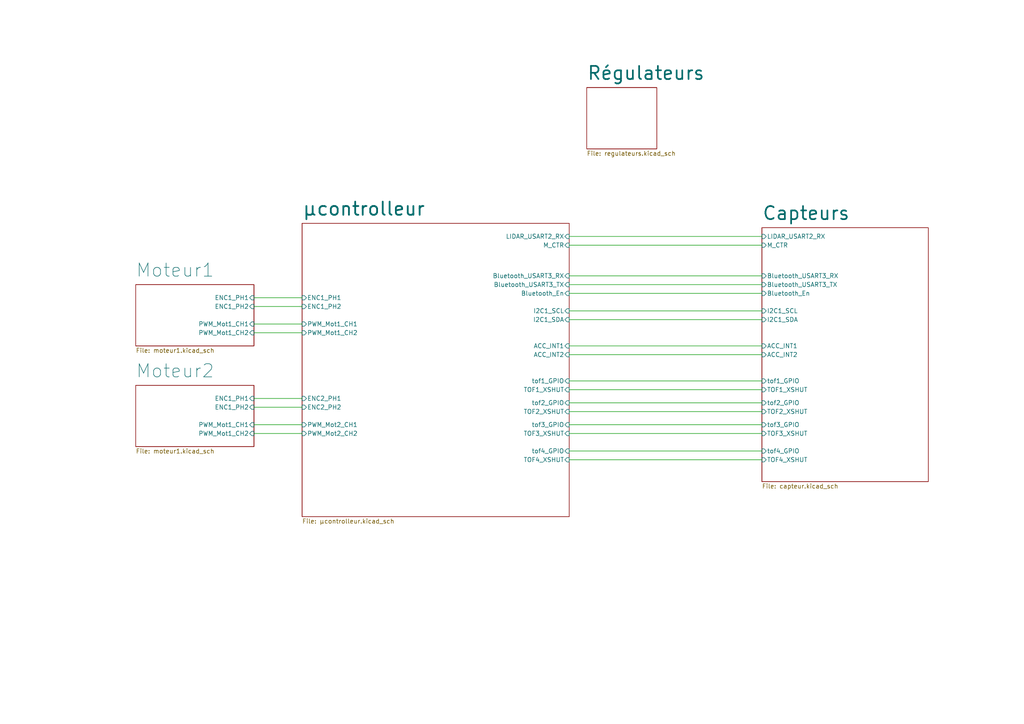
<source format=kicad_sch>
(kicad_sch
	(version 20250114)
	(generator "eeschema")
	(generator_version "9.0")
	(uuid "21a14c86-6900-4d4b-9d91-6c59051d0f41")
	(paper "A4")
	(title_block
		(title "Hello_kitty")
		(date "2025-10-13")
		(company "Ensea")
		(comment 1 "Aymen_BEN_JEMAA")
		(comment 2 "Ezer_SOLTANI")
		(comment 3 "Serine_ROUABAH")
	)
	(lib_symbols)
	(wire
		(pts
			(xy 73.66 96.52) (xy 87.63 96.52)
		)
		(stroke
			(width 0)
			(type default)
		)
		(uuid "05a875c1-3c08-45a7-998d-95d39c509d76")
	)
	(wire
		(pts
			(xy 73.66 118.11) (xy 87.63 118.11)
		)
		(stroke
			(width 0)
			(type default)
		)
		(uuid "21e136fb-db5f-4756-b4c5-00d316480052")
	)
	(wire
		(pts
			(xy 73.66 86.36) (xy 87.63 86.36)
		)
		(stroke
			(width 0)
			(type default)
		)
		(uuid "281bca3d-9aca-43b1-b149-15bc902f561e")
	)
	(wire
		(pts
			(xy 165.1 100.33) (xy 220.98 100.33)
		)
		(stroke
			(width 0)
			(type default)
		)
		(uuid "2acb3f8a-cde2-4b7a-b83e-50b8ea11d607")
	)
	(wire
		(pts
			(xy 73.66 88.9) (xy 87.63 88.9)
		)
		(stroke
			(width 0)
			(type default)
		)
		(uuid "3786fce2-eefa-43f0-9b08-37ac5583e879")
	)
	(wire
		(pts
			(xy 165.1 80.01) (xy 220.98 80.01)
		)
		(stroke
			(width 0)
			(type default)
		)
		(uuid "37cfc26c-394a-4c4e-9bfe-caf719da061b")
	)
	(wire
		(pts
			(xy 165.1 116.84) (xy 220.98 116.84)
		)
		(stroke
			(width 0)
			(type default)
		)
		(uuid "4a67e491-681d-4ac2-abc3-d2e443677295")
	)
	(wire
		(pts
			(xy 165.1 125.73) (xy 220.98 125.73)
		)
		(stroke
			(width 0)
			(type default)
		)
		(uuid "4b3bf178-3faf-41f3-96ae-ad64bcc9fab2")
	)
	(wire
		(pts
			(xy 165.1 113.03) (xy 220.98 113.03)
		)
		(stroke
			(width 0)
			(type default)
		)
		(uuid "524b5091-5f63-4a06-b071-ddc70d7c6dbb")
	)
	(wire
		(pts
			(xy 165.1 92.71) (xy 220.98 92.71)
		)
		(stroke
			(width 0)
			(type default)
		)
		(uuid "705c7aa1-d114-4dd1-b0b5-67823f1848bd")
	)
	(wire
		(pts
			(xy 165.1 85.09) (xy 220.98 85.09)
		)
		(stroke
			(width 0)
			(type default)
		)
		(uuid "8b67cb16-d8c6-491a-a317-fef9969f1729")
	)
	(wire
		(pts
			(xy 73.66 115.57) (xy 87.63 115.57)
		)
		(stroke
			(width 0)
			(type default)
		)
		(uuid "8cd6d132-48f4-4345-835f-f3d967ee9b8a")
	)
	(wire
		(pts
			(xy 165.1 110.49) (xy 220.98 110.49)
		)
		(stroke
			(width 0)
			(type default)
		)
		(uuid "987cd7d9-07ee-43b9-8fdd-d7e765fe9989")
	)
	(wire
		(pts
			(xy 165.1 133.35) (xy 220.98 133.35)
		)
		(stroke
			(width 0)
			(type default)
		)
		(uuid "98e494f9-bf0f-4332-8621-e2694ef17281")
	)
	(wire
		(pts
			(xy 165.1 102.87) (xy 220.98 102.87)
		)
		(stroke
			(width 0)
			(type default)
		)
		(uuid "b1e65f91-34ca-4319-ab08-404f2edfb949")
	)
	(wire
		(pts
			(xy 165.1 130.81) (xy 220.98 130.81)
		)
		(stroke
			(width 0)
			(type default)
		)
		(uuid "b4e878ef-2964-4813-97e9-6c2fe90460c1")
	)
	(wire
		(pts
			(xy 165.1 90.17) (xy 220.98 90.17)
		)
		(stroke
			(width 0)
			(type default)
		)
		(uuid "bafb5833-bd0e-4970-8ef3-a38408f25d0f")
	)
	(wire
		(pts
			(xy 165.1 119.38) (xy 220.98 119.38)
		)
		(stroke
			(width 0)
			(type default)
		)
		(uuid "c0a44048-6684-4072-8c34-bdb089637fc4")
	)
	(wire
		(pts
			(xy 165.1 123.19) (xy 220.98 123.19)
		)
		(stroke
			(width 0)
			(type default)
		)
		(uuid "c369d62f-6639-4954-aecd-b28f9e624623")
	)
	(wire
		(pts
			(xy 73.66 123.19) (xy 87.63 123.19)
		)
		(stroke
			(width 0)
			(type default)
		)
		(uuid "cb83e4ef-a2a8-4e8f-a5e9-20d242ccfa63")
	)
	(wire
		(pts
			(xy 73.66 125.73) (xy 87.63 125.73)
		)
		(stroke
			(width 0)
			(type default)
		)
		(uuid "de440a4a-e23b-4e20-891b-9f3935342401")
	)
	(wire
		(pts
			(xy 165.1 68.58) (xy 220.98 68.58)
		)
		(stroke
			(width 0)
			(type default)
		)
		(uuid "e59ed8b9-996c-4a83-9f00-bfbc29a56d71")
	)
	(wire
		(pts
			(xy 73.66 93.98) (xy 87.63 93.98)
		)
		(stroke
			(width 0)
			(type default)
		)
		(uuid "e9659da0-7374-495c-a2c3-d9bd953e4d65")
	)
	(wire
		(pts
			(xy 165.1 82.55) (xy 220.98 82.55)
		)
		(stroke
			(width 0)
			(type default)
		)
		(uuid "fa2ad35f-5f89-45fd-b487-9117a2c7f9cc")
	)
	(wire
		(pts
			(xy 165.1 71.12) (xy 220.98 71.12)
		)
		(stroke
			(width 0)
			(type default)
		)
		(uuid "fb69aeb1-d098-4226-bbde-fd58e4ac06f9")
	)
	(sheet
		(at 39.37 82.55)
		(size 34.29 17.78)
		(exclude_from_sim no)
		(in_bom yes)
		(on_board yes)
		(dnp no)
		(fields_autoplaced yes)
		(stroke
			(width 0.1524)
			(type solid)
		)
		(fill
			(color 0 0 0 0.0000)
		)
		(uuid "1388fddc-2e50-4e98-ba2d-1c17e87787d8")
		(property "Sheetname" "Moteur1"
			(at 39.37 80.5684 0)
			(effects
				(font
					(size 3.81 3.81)
				)
				(justify left bottom)
			)
		)
		(property "Sheetfile" "moteur1.kicad_sch"
			(at 39.37 100.9146 0)
			(effects
				(font
					(size 1.27 1.27)
				)
				(justify left top)
			)
		)
		(pin "ENC1_PH1" input
			(at 73.66 86.36 0)
			(uuid "aa833be0-411a-4ced-aa72-fac4dab4952a")
			(effects
				(font
					(size 1.27 1.27)
				)
				(justify right)
			)
		)
		(pin "ENC1_PH2" input
			(at 73.66 88.9 0)
			(uuid "7fcce86c-7a92-4344-a6a8-016934d88994")
			(effects
				(font
					(size 1.27 1.27)
				)
				(justify right)
			)
		)
		(pin "PWM_Mot1_CH1" input
			(at 73.66 93.98 0)
			(uuid "a7eb9db9-f3df-4cd0-bc39-8ca0ee86b2dc")
			(effects
				(font
					(size 1.27 1.27)
				)
				(justify right)
			)
		)
		(pin "PWM_Mot1_CH2" input
			(at 73.66 96.52 0)
			(uuid "51a78a07-7909-472f-a0ce-c007fb0d7553")
			(effects
				(font
					(size 1.27 1.27)
				)
				(justify right)
			)
		)
		(instances
			(project "Projet_Robot"
				(path "/21a14c86-6900-4d4b-9d91-6c59051d0f41"
					(page "6")
				)
			)
		)
	)
	(sheet
		(at 87.63 64.77)
		(size 77.47 85.09)
		(exclude_from_sim no)
		(in_bom yes)
		(on_board yes)
		(dnp no)
		(fields_autoplaced yes)
		(stroke
			(width 0.1524)
			(type solid)
		)
		(fill
			(color 0 0 0 0.0000)
		)
		(uuid "31be01aa-b096-4901-8c4f-f2a7c3166097")
		(property "Sheetname" "µcontrolleur"
			(at 87.63 62.7884 0)
			(effects
				(font
					(size 3.81 3.81)
					(thickness 0.508)
					(bold yes)
				)
				(justify left bottom)
			)
		)
		(property "Sheetfile" "µcontrolleur.kicad_sch"
			(at 87.63 150.4446 0)
			(effects
				(font
					(size 1.27 1.27)
				)
				(justify left top)
			)
		)
		(pin "LIDAR_USART2_RX" input
			(at 165.1 68.58 0)
			(uuid "0aec8a1b-add3-4e93-a87c-e03b699cc08f")
			(effects
				(font
					(size 1.27 1.27)
				)
				(justify right)
			)
		)
		(pin "Bluetooth_USART3_RX" input
			(at 165.1 80.01 0)
			(uuid "498d886e-1514-4c54-a3e6-72d853ed4f3d")
			(effects
				(font
					(size 1.27 1.27)
				)
				(justify right)
			)
		)
		(pin "Bluetooth_USART3_TX" input
			(at 165.1 82.55 0)
			(uuid "107edc44-9e15-48b0-af24-490385af7b60")
			(effects
				(font
					(size 1.27 1.27)
				)
				(justify right)
			)
		)
		(pin "I2C1_SCL" input
			(at 165.1 90.17 0)
			(uuid "4eb33dc2-5741-4c6b-b9c8-65b441bfa1ce")
			(effects
				(font
					(size 1.27 1.27)
				)
				(justify right)
			)
		)
		(pin "I2C1_SDA" input
			(at 165.1 92.71 0)
			(uuid "76311dcf-d3e6-4994-9315-636bc49b8f4d")
			(effects
				(font
					(size 1.27 1.27)
				)
				(justify right)
			)
		)
		(pin "ENC1_PH1" input
			(at 87.63 86.36 180)
			(uuid "6d34613f-0787-4833-8c84-05a1a8c2fb3a")
			(effects
				(font
					(size 1.27 1.27)
				)
				(justify left)
			)
		)
		(pin "ENC1_PH2" input
			(at 87.63 88.9 180)
			(uuid "37f38a59-cc92-4ed4-8678-768ccaea08cd")
			(effects
				(font
					(size 1.27 1.27)
				)
				(justify left)
			)
		)
		(pin "ENC2_PH1" input
			(at 87.63 115.57 180)
			(uuid "0485eba6-8a24-4331-b970-b931507253d1")
			(effects
				(font
					(size 1.27 1.27)
				)
				(justify left)
			)
		)
		(pin "ENC2_PH2" input
			(at 87.63 118.11 180)
			(uuid "777c306b-3787-43c3-8546-19b750ac50b3")
			(effects
				(font
					(size 1.27 1.27)
				)
				(justify left)
			)
		)
		(pin "PWM_Mot1_CH1" input
			(at 87.63 93.98 180)
			(uuid "c9c97bd8-e7f1-4a75-b9ee-56da003752f6")
			(effects
				(font
					(size 1.27 1.27)
				)
				(justify left)
			)
		)
		(pin "PWM_Mot1_CH2" input
			(at 87.63 96.52 180)
			(uuid "51648bbc-c98f-43df-80ae-0c895f32853f")
			(effects
				(font
					(size 1.27 1.27)
				)
				(justify left)
			)
		)
		(pin "PWM_Mot2_CH1" input
			(at 87.63 123.19 180)
			(uuid "79bcc243-1ab3-4aee-b6e0-23d21dc9170e")
			(effects
				(font
					(size 1.27 1.27)
				)
				(justify left)
			)
		)
		(pin "PWM_Mot2_CH2" input
			(at 87.63 125.73 180)
			(uuid "d42b48ab-0f36-41aa-ae36-684cea85a3c1")
			(effects
				(font
					(size 1.27 1.27)
				)
				(justify left)
			)
		)
		(pin "M_CTR" input
			(at 165.1 71.12 0)
			(uuid "61202281-a60b-4c8c-a66f-c99c80a13dd5")
			(effects
				(font
					(size 1.27 1.27)
				)
				(justify right)
			)
		)
		(pin "ACC_INT1" input
			(at 165.1 100.33 0)
			(uuid "a8d1ae0c-7405-45f5-b778-94c2741a3b7e")
			(effects
				(font
					(size 1.27 1.27)
				)
				(justify right)
			)
		)
		(pin "ACC_INT2" input
			(at 165.1 102.87 0)
			(uuid "b6390fde-9ed5-4b98-b3f8-479db6f02ca8")
			(effects
				(font
					(size 1.27 1.27)
				)
				(justify right)
			)
		)
		(pin "tof1_GPIO" input
			(at 165.1 110.49 0)
			(uuid "cde4fe6f-cebe-4d1f-8ffa-c16d87662afe")
			(effects
				(font
					(size 1.27 1.27)
				)
				(justify right)
			)
		)
		(pin "TOF1_XSHUT" input
			(at 165.1 113.03 0)
			(uuid "e55f9f43-e9a7-4917-989f-f8ebec4d7516")
			(effects
				(font
					(size 1.27 1.27)
				)
				(justify right)
			)
		)
		(pin "tof2_GPIO" input
			(at 165.1 116.84 0)
			(uuid "f6c1a04f-cda1-4eb2-a956-ef45776ff854")
			(effects
				(font
					(size 1.27 1.27)
				)
				(justify right)
			)
		)
		(pin "TOF2_XSHUT" input
			(at 165.1 119.38 0)
			(uuid "40787961-788f-4dbb-97a9-818ca6b41b94")
			(effects
				(font
					(size 1.27 1.27)
				)
				(justify right)
			)
		)
		(pin "tof3_GPIO" input
			(at 165.1 123.19 0)
			(uuid "f98de4fb-efa0-458d-bcca-22845d1cc141")
			(effects
				(font
					(size 1.27 1.27)
				)
				(justify right)
			)
		)
		(pin "TOF3_XSHUT" input
			(at 165.1 125.73 0)
			(uuid "8d1952e9-47ae-446b-8c31-3cb2b94e93be")
			(effects
				(font
					(size 1.27 1.27)
				)
				(justify right)
			)
		)
		(pin "tof4_GPIO" input
			(at 165.1 130.81 0)
			(uuid "5d229333-595d-4f03-a117-1ee0b6999eee")
			(effects
				(font
					(size 1.27 1.27)
				)
				(justify right)
			)
		)
		(pin "TOF4_XSHUT" input
			(at 165.1 133.35 0)
			(uuid "2565b0dd-6a16-445d-bf59-f735cafb37ee")
			(effects
				(font
					(size 1.27 1.27)
				)
				(justify right)
			)
		)
		(pin "Bluetooth_En" input
			(at 165.1 85.09 0)
			(uuid "7e238ffd-060c-4f27-b488-8e4313e9cd7b")
			(effects
				(font
					(size 1.27 1.27)
				)
				(justify right)
			)
		)
		(instances
			(project "Projet_Robot"
				(path "/21a14c86-6900-4d4b-9d91-6c59051d0f41"
					(page "2")
				)
			)
		)
	)
	(sheet
		(at 220.98 66.04)
		(size 48.26 73.66)
		(exclude_from_sim no)
		(in_bom yes)
		(on_board yes)
		(dnp no)
		(fields_autoplaced yes)
		(stroke
			(width 0.1524)
			(type solid)
		)
		(fill
			(color 0 0 0 0.0000)
		)
		(uuid "76b000bd-d8d0-4821-bef4-3e858ee71b1c")
		(property "Sheetname" "Capteurs"
			(at 220.98 64.0584 0)
			(effects
				(font
					(size 3.81 3.81)
					(thickness 0.4763)
				)
				(justify left bottom)
			)
		)
		(property "Sheetfile" "capteur.kicad_sch"
			(at 220.98 140.2846 0)
			(effects
				(font
					(size 1.27 1.27)
				)
				(justify left top)
			)
		)
		(pin "LIDAR_USART2_RX" input
			(at 220.98 68.58 180)
			(uuid "6f60a34f-1f92-42bb-9239-e3cc97b3d9c3")
			(effects
				(font
					(size 1.27 1.27)
				)
				(justify left)
			)
		)
		(pin "Bluetooth_USART3_RX" input
			(at 220.98 80.01 180)
			(uuid "c4bbe6d5-40a5-4950-b556-5c9c6872f769")
			(effects
				(font
					(size 1.27 1.27)
				)
				(justify left)
			)
		)
		(pin "Bluetooth_USART3_TX" input
			(at 220.98 82.55 180)
			(uuid "005dc30c-a4ed-41a4-934d-ee9fa658a216")
			(effects
				(font
					(size 1.27 1.27)
				)
				(justify left)
			)
		)
		(pin "I2C1_SCL" input
			(at 220.98 90.17 180)
			(uuid "546f9c72-17ce-4eae-a359-6fc47fee9d25")
			(effects
				(font
					(size 1.27 1.27)
				)
				(justify left)
			)
		)
		(pin "I2C1_SDA" input
			(at 220.98 92.71 180)
			(uuid "86bc970a-14f3-4b06-b530-9ec20584dbfe")
			(effects
				(font
					(size 1.27 1.27)
				)
				(justify left)
			)
		)
		(pin "M_CTR" input
			(at 220.98 71.12 180)
			(uuid "abac4411-6cab-403a-a3d3-40f343c3adc9")
			(effects
				(font
					(size 1.27 1.27)
				)
				(justify left)
			)
		)
		(pin "ACC_INT1" input
			(at 220.98 100.33 180)
			(uuid "cee481e4-724a-42a3-817e-6ab6ee73f87e")
			(effects
				(font
					(size 1.27 1.27)
				)
				(justify left)
			)
		)
		(pin "ACC_INT2" input
			(at 220.98 102.87 180)
			(uuid "0526f085-01ed-45c5-ad51-fb0f729b7be6")
			(effects
				(font
					(size 1.27 1.27)
				)
				(justify left)
			)
		)
		(pin "tof1_GPIO" input
			(at 220.98 110.49 180)
			(uuid "76f4be51-76a2-44c2-ac66-845a47aebdb9")
			(effects
				(font
					(size 1.27 1.27)
				)
				(justify left)
			)
		)
		(pin "TOF1_XSHUT" input
			(at 220.98 113.03 180)
			(uuid "0625abfa-c2c2-49ee-9efd-d83f5530bbac")
			(effects
				(font
					(size 1.27 1.27)
				)
				(justify left)
			)
		)
		(pin "tof2_GPIO" input
			(at 220.98 116.84 180)
			(uuid "633ac32f-56dd-443c-9c2e-ac60a5f09a09")
			(effects
				(font
					(size 1.27 1.27)
				)
				(justify left)
			)
		)
		(pin "TOF2_XSHUT" input
			(at 220.98 119.38 180)
			(uuid "5014eba6-b05c-48eb-a15b-ae85f777826d")
			(effects
				(font
					(size 1.27 1.27)
				)
				(justify left)
			)
		)
		(pin "tof3_GPIO" input
			(at 220.98 123.19 180)
			(uuid "66095c6d-351b-4934-8c43-6419f8e2a2b5")
			(effects
				(font
					(size 1.27 1.27)
				)
				(justify left)
			)
		)
		(pin "TOF3_XSHUT" input
			(at 220.98 125.73 180)
			(uuid "0fa0ab46-7ee2-4309-9e29-f5d0bb28f51d")
			(effects
				(font
					(size 1.27 1.27)
				)
				(justify left)
			)
		)
		(pin "tof4_GPIO" input
			(at 220.98 130.81 180)
			(uuid "910326d0-91a3-484f-baea-d81fce5d691a")
			(effects
				(font
					(size 1.27 1.27)
				)
				(justify left)
			)
		)
		(pin "TOF4_XSHUT" input
			(at 220.98 133.35 180)
			(uuid "04174af3-47e2-4661-b0b8-b539068f2961")
			(effects
				(font
					(size 1.27 1.27)
				)
				(justify left)
			)
		)
		(pin "Bluetooth_En" input
			(at 220.98 85.09 180)
			(uuid "f93243f7-34be-4e60-9584-17eba46dea60")
			(effects
				(font
					(size 1.27 1.27)
				)
				(justify left)
			)
		)
		(instances
			(project "Projet_Robot"
				(path "/21a14c86-6900-4d4b-9d91-6c59051d0f41"
					(page "3")
				)
			)
		)
	)
	(sheet
		(at 170.18 25.4)
		(size 20.32 17.78)
		(exclude_from_sim no)
		(in_bom yes)
		(on_board yes)
		(dnp no)
		(fields_autoplaced yes)
		(stroke
			(width 0.1524)
			(type solid)
		)
		(fill
			(color 0 0 0 0.0000)
		)
		(uuid "9e9ae578-0fe2-489e-a2e9-26a89bc45f88")
		(property "Sheetname" "Régulateurs"
			(at 170.18 23.4184 0)
			(effects
				(font
					(size 3.81 3.81)
					(thickness 0.4763)
				)
				(justify left bottom)
			)
		)
		(property "Sheetfile" "regulateurs.kicad_sch"
			(at 170.18 43.7646 0)
			(effects
				(font
					(size 1.27 1.27)
				)
				(justify left top)
			)
		)
		(instances
			(project "Projet_Robot"
				(path "/21a14c86-6900-4d4b-9d91-6c59051d0f41"
					(page "4")
				)
			)
		)
	)
	(sheet
		(at 39.37 111.76)
		(size 34.29 17.78)
		(exclude_from_sim no)
		(in_bom yes)
		(on_board yes)
		(dnp no)
		(fields_autoplaced yes)
		(stroke
			(width 0.1524)
			(type solid)
		)
		(fill
			(color 0 0 0 0.0000)
		)
		(uuid "aa5a4c0f-7d13-4543-a78f-f39351de5880")
		(property "Sheetname" "Moteur2"
			(at 39.37 109.7784 0)
			(effects
				(font
					(size 3.81 3.81)
				)
				(justify left bottom)
			)
		)
		(property "Sheetfile" "moteur1.kicad_sch"
			(at 39.37 130.1246 0)
			(effects
				(font
					(size 1.27 1.27)
				)
				(justify left top)
			)
		)
		(pin "ENC1_PH1" input
			(at 73.66 115.57 0)
			(uuid "7b59581e-d1e1-41f3-bebe-2235058d0409")
			(effects
				(font
					(size 1.27 1.27)
				)
				(justify right)
			)
		)
		(pin "ENC1_PH2" input
			(at 73.66 118.11 0)
			(uuid "d4b9847a-feb9-45e8-9c00-3e89210f8d2a")
			(effects
				(font
					(size 1.27 1.27)
				)
				(justify right)
			)
		)
		(pin "PWM_Mot1_CH1" input
			(at 73.66 123.19 0)
			(uuid "2c4c70f3-600b-42fd-9e43-0959e81bbc25")
			(effects
				(font
					(size 1.27 1.27)
				)
				(justify right)
			)
		)
		(pin "PWM_Mot1_CH2" input
			(at 73.66 125.73 0)
			(uuid "1d185392-85f2-402c-8f6d-fb157dd4bfd8")
			(effects
				(font
					(size 1.27 1.27)
				)
				(justify right)
			)
		)
		(instances
			(project "Projet_Robot"
				(path "/21a14c86-6900-4d4b-9d91-6c59051d0f41"
					(page "5")
				)
			)
		)
	)
	(sheet_instances
		(path "/"
			(page "1")
		)
	)
	(embedded_fonts no)
)

</source>
